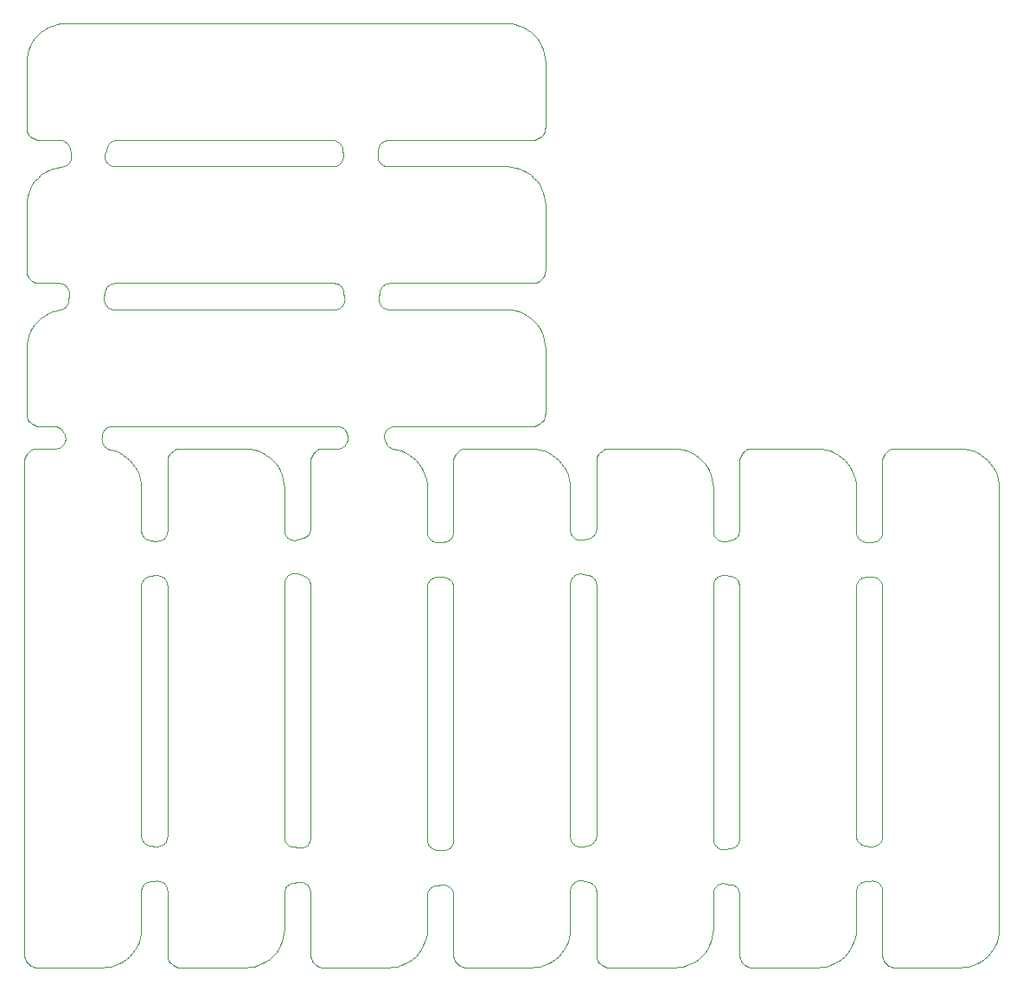
<source format=gko>
%MOIN*%
%OFA0B0*%
%FSLAX44Y44*%
%IPPOS*%
%LPD*%
%ADD10C,0*%
D10*
X00003380Y00020866D02*
X00003380Y00020866D01*
X00012047Y00020866D01*
X00012074Y00020865D01*
X00012100Y00020862D01*
X00012126Y00020858D01*
X00012152Y00020852D01*
X00012177Y00020844D01*
X00012202Y00020834D01*
X00012225Y00020823D01*
X00012249Y00020810D01*
X00012271Y00020796D01*
X00012292Y00020780D01*
X00012312Y00020763D01*
X00012331Y00020745D01*
X00012349Y00020725D01*
X00012365Y00020704D01*
X00012380Y00020682D01*
X00012393Y00020660D01*
X00012405Y00020636D01*
X00012415Y00020612D01*
X00012424Y00020586D01*
X00012431Y00020561D01*
X00012449Y00020482D01*
X00012455Y00020447D01*
X00012459Y00020412D01*
X00012459Y00020377D01*
X00012456Y00020342D01*
X00012450Y00020307D01*
X00012440Y00020273D01*
X00012428Y00020239D01*
X00012413Y00020207D01*
X00012395Y00020177D01*
X00012374Y00020148D01*
X00012351Y00020122D01*
X00012325Y00020097D01*
X00012297Y00020075D01*
X00012268Y00020055D01*
X00012237Y00020039D01*
X00012204Y00020025D01*
X00012170Y00020014D01*
X00012136Y00020006D01*
X00012101Y00020001D01*
X00012065Y00020000D01*
X00011523Y00020000D01*
X00011523Y00020000D01*
X00011445Y00019993D01*
X00011369Y00019975D01*
X00011296Y00019945D01*
X00011229Y00019904D01*
X00011170Y00019853D01*
X00011119Y00019793D01*
X00011078Y00019726D01*
X00011048Y00019654D01*
X00011029Y00019578D01*
X00011023Y00019500D01*
X00011023Y00016925D01*
X00011022Y00016900D01*
X00011020Y00016874D01*
X00011016Y00016849D01*
X00011010Y00016824D01*
X00011003Y00016800D01*
X00010994Y00016776D01*
X00010983Y00016753D01*
X00010972Y00016730D01*
X00010958Y00016708D01*
X00010944Y00016688D01*
X00010927Y00016668D01*
X00010910Y00016649D01*
X00010892Y00016631D01*
X00010872Y00016615D01*
X00010852Y00016600D01*
X00010830Y00016586D01*
X00010808Y00016574D01*
X00010785Y00016563D01*
X00010761Y00016554D01*
X00010737Y00016546D01*
X00010512Y00016483D01*
X00010477Y00016474D01*
X00010441Y00016469D01*
X00010405Y00016468D01*
X00010368Y00016469D01*
X00010332Y00016474D01*
X00010297Y00016483D01*
X00010263Y00016494D01*
X00010229Y00016509D01*
X00010198Y00016527D01*
X00010168Y00016547D01*
X00010140Y00016570D01*
X00010114Y00016596D01*
X00010091Y00016624D01*
X00010070Y00016654D01*
X00010053Y00016686D01*
X00010038Y00016719D01*
X00010026Y00016754D01*
X00010018Y00016789D01*
X00010013Y00016825D01*
X00010011Y00016861D01*
X00010011Y00018500D01*
X00010002Y00018667D01*
X00009974Y00018833D01*
X00009927Y00018995D01*
X00009863Y00019150D01*
X00009781Y00019298D01*
X00009684Y00019435D01*
X00009572Y00019560D01*
X00009447Y00019672D01*
X00009309Y00019770D01*
X00009162Y00019851D01*
X00009007Y00019915D01*
X00008845Y00019962D01*
X00008679Y00019990D01*
X00008511Y00020000D01*
X00006011Y00020000D01*
X00006011Y00020000D01*
X00005933Y00019993D01*
X00005857Y00019975D01*
X00005784Y00019945D01*
X00005717Y00019904D01*
X00005658Y00019853D01*
X00005607Y00019793D01*
X00005566Y00019726D01*
X00005536Y00019654D01*
X00005517Y00019578D01*
X00005511Y00019500D01*
X00005511Y00016832D01*
X00005510Y00016799D01*
X00005506Y00016766D01*
X00005499Y00016734D01*
X00005489Y00016702D01*
X00005477Y00016672D01*
X00005462Y00016642D01*
X00005445Y00016614D01*
X00005426Y00016587D01*
X00005404Y00016562D01*
X00005381Y00016539D01*
X00005355Y00016518D01*
X00005328Y00016499D01*
X00005300Y00016483D01*
X00005270Y00016469D01*
X00005239Y00016457D01*
X00005207Y00016448D01*
X00005174Y00016442D01*
X00005142Y00016439D01*
X00005109Y00016438D01*
X00005076Y00016440D01*
X00004851Y00016465D01*
X00004823Y00016469D01*
X00004795Y00016475D01*
X00004767Y00016483D01*
X00004740Y00016493D01*
X00004714Y00016505D01*
X00004689Y00016520D01*
X00004665Y00016535D01*
X00004642Y00016553D01*
X00004620Y00016572D01*
X00004600Y00016593D01*
X00004582Y00016615D01*
X00004565Y00016638D01*
X00004550Y00016663D01*
X00004537Y00016689D01*
X00004526Y00016715D01*
X00004516Y00016742D01*
X00004509Y00016770D01*
X00004504Y00016799D01*
X00004501Y00016827D01*
X00004500Y00016856D01*
X00004500Y00018500D01*
X00004490Y00018667D01*
X00004462Y00018833D01*
X00004415Y00018995D01*
X00004351Y00019150D01*
X00004270Y00019298D01*
X00004172Y00019435D01*
X00004060Y00019560D01*
X00003935Y00019672D01*
X00003798Y00019770D01*
X00003650Y00019851D01*
X00003495Y00019915D01*
X00003333Y00019962D01*
X00003305Y00019967D01*
X00003277Y00019973D01*
X00003249Y00019981D01*
X00003221Y00019991D01*
X00003195Y00020003D01*
X00003169Y00020017D01*
X00003145Y00020033D01*
X00003122Y00020050D01*
X00003100Y00020070D01*
X00003079Y00020091D01*
X00003061Y00020113D01*
X00003044Y00020137D01*
X00003028Y00020161D01*
X00003015Y00020187D01*
X00003003Y00020214D01*
X00002994Y00020242D01*
X00002987Y00020270D01*
X00002982Y00020299D01*
X00002978Y00020328D01*
X00002977Y00020357D01*
X00002979Y00020386D01*
X00002988Y00020503D01*
X00002991Y00020532D01*
X00002997Y00020561D01*
X00003005Y00020589D01*
X00003014Y00020617D01*
X00003026Y00020644D01*
X00003040Y00020670D01*
X00003056Y00020695D01*
X00003073Y00020718D01*
X00003092Y00020740D01*
X00003113Y00020761D01*
X00003136Y00020780D01*
X00003159Y00020798D01*
X00003184Y00020813D01*
X00003210Y00020827D01*
X00003237Y00020839D01*
X00003265Y00020848D01*
X00003293Y00020856D01*
X00003322Y00020861D01*
X00003351Y00020865D01*
X00003380Y00020866D01*
X00011871Y00031889D02*
X00011871Y00031889D01*
X00011900Y00031888D01*
X00011929Y00031885D01*
X00011957Y00031880D01*
X00011985Y00031872D01*
X00012013Y00031863D01*
X00012039Y00031852D01*
X00012065Y00031838D01*
X00012090Y00031823D01*
X00012113Y00031806D01*
X00012135Y00031787D01*
X00012156Y00031767D01*
X00012175Y00031746D01*
X00012193Y00031723D01*
X00012209Y00031698D01*
X00012223Y00031673D01*
X00012235Y00031647D01*
X00012245Y00031620D01*
X00012253Y00031592D01*
X00012259Y00031563D01*
X00012263Y00031535D01*
X00012285Y00031310D01*
X00012287Y00031278D01*
X00012286Y00031245D01*
X00012283Y00031212D01*
X00012276Y00031180D01*
X00012267Y00031148D01*
X00012256Y00031117D01*
X00012242Y00031088D01*
X00012225Y00031059D01*
X00012206Y00031032D01*
X00012185Y00031007D01*
X00012162Y00030984D01*
X00012137Y00030962D01*
X00012111Y00030943D01*
X00012083Y00030926D01*
X00012053Y00030911D01*
X00012023Y00030899D01*
X00011991Y00030890D01*
X00011959Y00030883D01*
X00011926Y00030879D01*
X00011894Y00030877D01*
X00003489Y00030877D01*
X00003452Y00030879D01*
X00003416Y00030884D01*
X00003380Y00030893D01*
X00003345Y00030905D01*
X00003311Y00030920D01*
X00003279Y00030938D01*
X00003248Y00030960D01*
X00003220Y00030983D01*
X00003194Y00031010D01*
X00003171Y00031039D01*
X00003151Y00031070D01*
X00003133Y00031102D01*
X00003119Y00031136D01*
X00003108Y00031172D01*
X00003100Y00031208D01*
X00003096Y00031244D01*
X00003095Y00031281D01*
X00003098Y00031318D01*
X00003104Y00031355D01*
X00003114Y00031391D01*
X00003185Y00031615D01*
X00003194Y00031638D01*
X00003203Y00031661D01*
X00003214Y00031683D01*
X00003227Y00031705D01*
X00003241Y00031725D01*
X00003256Y00031745D01*
X00003272Y00031764D01*
X00003290Y00031782D01*
X00003308Y00031798D01*
X00003328Y00031813D01*
X00003349Y00031827D01*
X00003370Y00031840D01*
X00003392Y00031851D01*
X00003415Y00031861D01*
X00003438Y00031870D01*
X00003462Y00031877D01*
X00003486Y00031882D01*
X00003511Y00031886D01*
X00003536Y00031888D01*
X00003560Y00031889D01*
X00011871Y00031889D01*
X00011918Y00026377D02*
X00011918Y00026377D01*
X00011946Y00026376D01*
X00011974Y00026373D01*
X00012002Y00026368D01*
X00012029Y00026362D01*
X00012055Y00026353D01*
X00012081Y00026342D01*
X00012107Y00026329D01*
X00012131Y00026315D01*
X00012154Y00026299D01*
X00012176Y00026281D01*
X00012196Y00026262D01*
X00012215Y00026242D01*
X00012233Y00026220D01*
X00012249Y00026197D01*
X00012263Y00026173D01*
X00012276Y00026147D01*
X00012287Y00026121D01*
X00012296Y00026095D01*
X00012303Y00026068D01*
X00012308Y00026040D01*
X00012340Y00025816D01*
X00012343Y00025782D01*
X00012344Y00025748D01*
X00012341Y00025715D01*
X00012336Y00025681D01*
X00012328Y00025649D01*
X00012317Y00025617D01*
X00012304Y00025586D01*
X00012287Y00025556D01*
X00012269Y00025528D01*
X00012248Y00025502D01*
X00012225Y00025477D01*
X00012200Y00025455D01*
X00012173Y00025434D01*
X00012144Y00025417D01*
X00012114Y00025401D01*
X00012083Y00025389D01*
X00012050Y00025379D01*
X00012017Y00025371D01*
X00011984Y00025367D01*
X00011950Y00025366D01*
X00003460Y00025366D01*
X00003426Y00025367D01*
X00003393Y00025371D01*
X00003360Y00025379D01*
X00003327Y00025389D01*
X00003296Y00025401D01*
X00003266Y00025417D01*
X00003237Y00025434D01*
X00003210Y00025455D01*
X00003185Y00025477D01*
X00003162Y00025502D01*
X00003141Y00025528D01*
X00003123Y00025556D01*
X00003106Y00025586D01*
X00003093Y00025617D01*
X00003082Y00025649D01*
X00003074Y00025681D01*
X00003069Y00025715D01*
X00003066Y00025748D01*
X00003067Y00025782D01*
X00003070Y00025816D01*
X00003102Y00026040D01*
X00003107Y00026068D01*
X00003114Y00026095D01*
X00003123Y00026121D01*
X00003134Y00026147D01*
X00003147Y00026173D01*
X00003161Y00026197D01*
X00003177Y00026220D01*
X00003195Y00026242D01*
X00003214Y00026262D01*
X00003234Y00026281D01*
X00003256Y00026299D01*
X00003279Y00026315D01*
X00003303Y00026329D01*
X00003329Y00026342D01*
X00003355Y00026353D01*
X00003381Y00026362D01*
X00003408Y00026368D01*
X00003436Y00026373D01*
X00003464Y00026376D01*
X00003492Y00026377D01*
X00011918Y00026377D01*
X00004500Y00002924D02*
X00004500Y00002924D01*
X00004501Y00002953D01*
X00004504Y00002982D01*
X00004509Y00003010D01*
X00004516Y00003038D01*
X00004526Y00003065D01*
X00004537Y00003092D01*
X00004550Y00003117D01*
X00004565Y00003142D01*
X00004582Y00003165D01*
X00004600Y00003187D01*
X00004620Y00003208D01*
X00004642Y00003227D01*
X00004665Y00003245D01*
X00004689Y00003261D01*
X00004714Y00003275D01*
X00004740Y00003287D01*
X00004767Y00003297D01*
X00004795Y00003305D01*
X00004823Y00003312D01*
X00004851Y00003316D01*
X00005076Y00003340D01*
X00005109Y00003342D01*
X00005142Y00003341D01*
X00005174Y00003338D01*
X00005207Y00003332D01*
X00005239Y00003323D01*
X00005270Y00003311D01*
X00005300Y00003297D01*
X00005328Y00003281D01*
X00005355Y00003262D01*
X00005381Y00003241D01*
X00005404Y00003218D01*
X00005426Y00003193D01*
X00005445Y00003166D01*
X00005462Y00003138D01*
X00005477Y00003109D01*
X00005489Y00003078D01*
X00005499Y00003046D01*
X00005506Y00003014D01*
X00005510Y00002981D01*
X00005511Y00002948D01*
X00005511Y00000500D01*
X00005517Y00000421D01*
X00005536Y00000345D01*
X00005566Y00000273D01*
X00005607Y00000206D01*
X00005658Y00000146D01*
X00005717Y00000095D01*
X00005784Y00000054D01*
X00005857Y00000024D01*
X00005933Y00000006D01*
X00006011Y00000000D01*
X00008511Y00000000D01*
X00008679Y00000009D01*
X00008845Y00000037D01*
X00009007Y00000084D01*
X00009162Y00000148D01*
X00009309Y00000229D01*
X00009447Y00000327D01*
X00009572Y00000439D01*
X00009684Y00000564D01*
X00009781Y00000701D01*
X00009863Y00000849D01*
X00009927Y00001004D01*
X00009974Y00001166D01*
X00010002Y00001332D01*
X00010011Y00001500D01*
X00010011Y00002868D01*
X00010012Y00002896D01*
X00010015Y00002924D01*
X00010020Y00002951D01*
X00010027Y00002979D01*
X00010036Y00003005D01*
X00010047Y00003031D01*
X00010059Y00003056D01*
X00010073Y00003080D01*
X00010089Y00003103D01*
X00010106Y00003125D01*
X00010125Y00003145D01*
X00010146Y00003165D01*
X00010168Y00003182D01*
X00010190Y00003198D01*
X00010214Y00003213D01*
X00010239Y00003225D01*
X00010265Y00003236D01*
X00010292Y00003245D01*
X00010319Y00003252D01*
X00010346Y00003257D01*
X00010570Y00003291D01*
X00010604Y00003295D01*
X00010638Y00003296D01*
X00010672Y00003294D01*
X00010705Y00003289D01*
X00010738Y00003281D01*
X00010770Y00003270D01*
X00010801Y00003256D01*
X00010831Y00003240D01*
X00010859Y00003222D01*
X00010886Y00003201D01*
X00010911Y00003178D01*
X00010933Y00003152D01*
X00010954Y00003125D01*
X00010972Y00003097D01*
X00010987Y00003066D01*
X00011000Y00003035D01*
X00011010Y00003003D01*
X00011017Y00002970D01*
X00011022Y00002936D01*
X00011023Y00002902D01*
X00011023Y00000500D01*
X00011029Y00000421D01*
X00011048Y00000345D01*
X00011078Y00000273D01*
X00011119Y00000206D01*
X00011170Y00000146D01*
X00011229Y00000095D01*
X00011296Y00000054D01*
X00011369Y00000024D01*
X00011445Y00000006D01*
X00011523Y00000000D01*
X00014023Y00000000D01*
X00014191Y00000009D01*
X00014357Y00000037D01*
X00014519Y00000084D01*
X00014674Y00000148D01*
X00014821Y00000229D01*
X00014958Y00000327D01*
X00015084Y00000439D01*
X00015196Y00000564D01*
X00015293Y00000701D01*
X00015375Y00000849D01*
X00015439Y00001004D01*
X00015486Y00001166D01*
X00015514Y00001332D01*
X00015523Y00001500D01*
X00015523Y00002771D01*
X00015524Y00002800D01*
X00015527Y00002829D01*
X00015533Y00002858D01*
X00015540Y00002886D01*
X00015550Y00002913D01*
X00015561Y00002940D01*
X00015575Y00002966D01*
X00015590Y00002991D01*
X00015607Y00003014D01*
X00015626Y00003036D01*
X00015646Y00003057D01*
X00015668Y00003076D01*
X00015691Y00003094D01*
X00015715Y00003110D01*
X00015741Y00003124D01*
X00015767Y00003136D01*
X00015795Y00003146D01*
X00015823Y00003154D01*
X00015851Y00003160D01*
X00015880Y00003163D01*
X00016104Y00003184D01*
X00016137Y00003186D01*
X00016170Y00003185D01*
X00016202Y00003181D01*
X00016235Y00003175D01*
X00016266Y00003166D01*
X00016297Y00003154D01*
X00016326Y00003140D01*
X00016354Y00003123D01*
X00016381Y00003105D01*
X00016406Y00003084D01*
X00016430Y00003061D01*
X00016451Y00003036D01*
X00016470Y00003009D01*
X00016487Y00002981D01*
X00016501Y00002952D01*
X00016513Y00002921D01*
X00016523Y00002890D01*
X00016529Y00002858D01*
X00016534Y00002825D01*
X00016535Y00002792D01*
X00016535Y00000500D01*
X00016541Y00000421D01*
X00016559Y00000345D01*
X00016589Y00000273D01*
X00016630Y00000206D01*
X00016681Y00000146D01*
X00016741Y00000095D01*
X00016808Y00000054D01*
X00016880Y00000024D01*
X00016957Y00000006D01*
X00017035Y00000000D01*
X00019535Y00000000D01*
X00019703Y00000009D01*
X00019869Y00000037D01*
X00020030Y00000084D01*
X00020186Y00000148D01*
X00020333Y00000229D01*
X00020470Y00000327D01*
X00020596Y00000439D01*
X00020708Y00000564D01*
X00020805Y00000701D01*
X00020886Y00000849D01*
X00020951Y00001004D01*
X00020997Y00001166D01*
X00021025Y00001332D01*
X00021035Y00001500D01*
X00021035Y00002959D01*
X00021036Y00002994D01*
X00021041Y00003028D01*
X00021049Y00003062D01*
X00021059Y00003095D01*
X00021073Y00003127D01*
X00021089Y00003158D01*
X00021108Y00003187D01*
X00021129Y00003214D01*
X00021152Y00003240D01*
X00021178Y00003263D01*
X00021206Y00003284D01*
X00021235Y00003302D01*
X00021266Y00003318D01*
X00021299Y00003331D01*
X00021332Y00003341D01*
X00021366Y00003348D01*
X00021400Y00003352D01*
X00021435Y00003353D01*
X00021470Y00003351D01*
X00021504Y00003345D01*
X00021728Y00003302D01*
X00021755Y00003296D01*
X00021781Y00003288D01*
X00021806Y00003278D01*
X00021831Y00003267D01*
X00021854Y00003254D01*
X00021877Y00003239D01*
X00021899Y00003223D01*
X00021920Y00003205D01*
X00021939Y00003186D01*
X00021957Y00003166D01*
X00021973Y00003144D01*
X00021988Y00003122D01*
X00022002Y00003098D01*
X00022014Y00003073D01*
X00022024Y00003048D01*
X00022032Y00003022D01*
X00022038Y00002996D01*
X00022043Y00002969D01*
X00022046Y00002942D01*
X00022047Y00002915D01*
X00022047Y00000500D01*
X00022053Y00000421D01*
X00022071Y00000345D01*
X00022101Y00000273D01*
X00022142Y00000206D01*
X00022193Y00000146D01*
X00022253Y00000095D01*
X00022320Y00000054D01*
X00022392Y00000024D01*
X00022469Y00000006D01*
X00022547Y00000000D01*
X00025047Y00000000D01*
X00025215Y00000009D01*
X00025381Y00000037D01*
X00025542Y00000084D01*
X00025698Y00000148D01*
X00025845Y00000229D01*
X00025982Y00000327D01*
X00026107Y00000439D01*
X00026219Y00000564D01*
X00026317Y00000701D01*
X00026398Y00000849D01*
X00026463Y00001004D01*
X00026509Y00001166D01*
X00026537Y00001332D01*
X00026547Y00001500D01*
X00026547Y00002851D01*
X00026548Y00002884D01*
X00026553Y00002918D01*
X00026560Y00002951D01*
X00026570Y00002983D01*
X00026583Y00003015D01*
X00026598Y00003045D01*
X00026616Y00003074D01*
X00026636Y00003101D01*
X00026659Y00003126D01*
X00026684Y00003149D01*
X00026710Y00003170D01*
X00026738Y00003189D01*
X00026768Y00003205D01*
X00026799Y00003218D01*
X00026831Y00003229D01*
X00026864Y00003237D01*
X00026898Y00003242D01*
X00026931Y00003244D01*
X00026965Y00003244D01*
X00026999Y00003240D01*
X00027223Y00003206D01*
X00027251Y00003201D01*
X00027278Y00003194D01*
X00027304Y00003185D01*
X00027330Y00003174D01*
X00027355Y00003162D01*
X00027379Y00003147D01*
X00027402Y00003131D01*
X00027424Y00003113D01*
X00027444Y00003094D01*
X00027463Y00003074D01*
X00027481Y00003052D01*
X00027497Y00003029D01*
X00027511Y00003005D01*
X00027523Y00002980D01*
X00027534Y00002954D01*
X00027543Y00002927D01*
X00027550Y00002900D01*
X00027555Y00002873D01*
X00027558Y00002845D01*
X00027559Y00002817D01*
X00027559Y00000500D01*
X00027565Y00000421D01*
X00027583Y00000345D01*
X00027613Y00000273D01*
X00027654Y00000206D01*
X00027705Y00000146D01*
X00027765Y00000095D01*
X00027832Y00000054D01*
X00027904Y00000024D01*
X00027980Y00000006D01*
X00028059Y00000000D01*
X00030559Y00000000D01*
X00030727Y00000009D01*
X00030892Y00000037D01*
X00031054Y00000084D01*
X00031209Y00000148D01*
X00031357Y00000229D01*
X00031494Y00000327D01*
X00031619Y00000439D01*
X00031731Y00000564D01*
X00031829Y00000701D01*
X00031910Y00000849D01*
X00031974Y00001004D01*
X00032021Y00001166D01*
X00032049Y00001332D01*
X00032059Y00001500D01*
X00032059Y00002924D01*
X00032060Y00002953D01*
X00032063Y00002981D01*
X00032068Y00003009D01*
X00032075Y00003037D01*
X00032084Y00003064D01*
X00032096Y00003091D01*
X00032109Y00003116D01*
X00032124Y00003141D01*
X00032141Y00003164D01*
X00032159Y00003186D01*
X00032179Y00003207D01*
X00032200Y00003226D01*
X00032223Y00003244D01*
X00032247Y00003260D01*
X00032272Y00003274D01*
X00032298Y00003286D01*
X00032325Y00003296D01*
X00032352Y00003305D01*
X00032380Y00003311D01*
X00032409Y00003315D01*
X00032633Y00003340D01*
X00032666Y00003342D01*
X00032699Y00003342D01*
X00032732Y00003339D01*
X00032765Y00003333D01*
X00032797Y00003324D01*
X00032828Y00003312D01*
X00032858Y00003298D01*
X00032886Y00003282D01*
X00032914Y00003263D01*
X00032939Y00003242D01*
X00032963Y00003219D01*
X00032985Y00003194D01*
X00033004Y00003167D01*
X00033021Y00003139D01*
X00033036Y00003109D01*
X00033048Y00003079D01*
X00033058Y00003047D01*
X00033065Y00003015D01*
X00033069Y00002982D01*
X00033070Y00002949D01*
X00033070Y00000500D01*
X00033077Y00000421D01*
X00033095Y00000345D01*
X00033125Y00000273D01*
X00033166Y00000206D01*
X00033217Y00000146D01*
X00033276Y00000095D01*
X00033343Y00000054D01*
X00033416Y00000024D01*
X00033492Y00000006D01*
X00033570Y00000000D01*
X00036070Y00000000D01*
X00036238Y00000009D01*
X00036404Y00000037D01*
X00036566Y00000084D01*
X00036721Y00000148D01*
X00036868Y00000229D01*
X00037006Y00000327D01*
X00037131Y00000439D01*
X00037243Y00000564D01*
X00037340Y00000701D01*
X00037422Y00000849D01*
X00037486Y00001004D01*
X00037533Y00001166D01*
X00037561Y00001332D01*
X00037570Y00001500D01*
X00037570Y00018500D01*
X00037561Y00018667D01*
X00037533Y00018833D01*
X00037486Y00018995D01*
X00037422Y00019150D01*
X00037340Y00019298D01*
X00037243Y00019435D01*
X00037131Y00019560D01*
X00037006Y00019672D01*
X00036868Y00019770D01*
X00036721Y00019851D01*
X00036566Y00019915D01*
X00036404Y00019962D01*
X00036238Y00019990D01*
X00036070Y00020000D01*
X00033570Y00020000D01*
X00033570Y00020000D01*
X00033492Y00019993D01*
X00033416Y00019975D01*
X00033343Y00019945D01*
X00033276Y00019904D01*
X00033217Y00019853D01*
X00033166Y00019793D01*
X00033125Y00019726D01*
X00033095Y00019654D01*
X00033077Y00019578D01*
X00033070Y00019500D01*
X00033070Y00016792D01*
X00033069Y00016761D01*
X00033065Y00016730D01*
X00033059Y00016699D01*
X00033051Y00016669D01*
X00033040Y00016640D01*
X00033027Y00016612D01*
X00033012Y00016585D01*
X00032994Y00016559D01*
X00032975Y00016535D01*
X00032954Y00016512D01*
X00032931Y00016491D01*
X00032906Y00016472D01*
X00032880Y00016455D01*
X00032853Y00016440D01*
X00032825Y00016427D01*
X00032795Y00016416D01*
X00032765Y00016408D01*
X00032735Y00016402D01*
X00032704Y00016399D01*
X00032673Y00016398D01*
X00032449Y00016400D01*
X00032418Y00016402D01*
X00032387Y00016406D01*
X00032357Y00016412D01*
X00032328Y00016420D01*
X00032299Y00016431D01*
X00032271Y00016444D01*
X00032244Y00016460D01*
X00032219Y00016477D01*
X00032195Y00016496D01*
X00032173Y00016517D01*
X00032152Y00016540D01*
X00032133Y00016564D01*
X00032116Y00016589D01*
X00032101Y00016616D01*
X00032088Y00016644D01*
X00032078Y00016673D01*
X00032069Y00016703D01*
X00032063Y00016733D01*
X00032060Y00016763D01*
X00032059Y00016794D01*
X00032059Y00018500D01*
X00032049Y00018667D01*
X00032021Y00018833D01*
X00031974Y00018995D01*
X00031910Y00019150D01*
X00031829Y00019298D01*
X00031731Y00019435D01*
X00031619Y00019560D01*
X00031494Y00019672D01*
X00031357Y00019770D01*
X00031209Y00019851D01*
X00031054Y00019915D01*
X00030892Y00019962D01*
X00030727Y00019990D01*
X00030559Y00020000D01*
X00028059Y00020000D01*
X00028059Y00020000D01*
X00027980Y00019993D01*
X00027904Y00019975D01*
X00027832Y00019945D01*
X00027765Y00019904D01*
X00027705Y00019853D01*
X00027654Y00019793D01*
X00027613Y00019726D01*
X00027583Y00019654D01*
X00027565Y00019578D01*
X00027559Y00019500D01*
X00027559Y00016860D01*
X00027558Y00016832D01*
X00027555Y00016805D01*
X00027550Y00016777D01*
X00027543Y00016750D01*
X00027534Y00016723D01*
X00027523Y00016698D01*
X00027511Y00016673D01*
X00027497Y00016648D01*
X00027481Y00016625D01*
X00027463Y00016604D01*
X00027444Y00016583D01*
X00027424Y00016564D01*
X00027402Y00016546D01*
X00027379Y00016530D01*
X00027355Y00016516D01*
X00027330Y00016503D01*
X00027304Y00016492D01*
X00027278Y00016483D01*
X00027251Y00016476D01*
X00027223Y00016471D01*
X00026999Y00016437D01*
X00026965Y00016434D01*
X00026931Y00016433D01*
X00026898Y00016435D01*
X00026864Y00016440D01*
X00026831Y00016448D01*
X00026799Y00016459D01*
X00026768Y00016473D01*
X00026738Y00016489D01*
X00026710Y00016507D01*
X00026684Y00016528D01*
X00026659Y00016552D01*
X00026636Y00016577D01*
X00026616Y00016604D01*
X00026598Y00016632D01*
X00026583Y00016663D01*
X00026570Y00016694D01*
X00026560Y00016726D01*
X00026553Y00016759D01*
X00026548Y00016793D01*
X00026547Y00016827D01*
X00026547Y00018500D01*
X00026537Y00018667D01*
X00026509Y00018833D01*
X00026463Y00018995D01*
X00026398Y00019150D01*
X00026317Y00019298D01*
X00026219Y00019435D01*
X00026107Y00019560D01*
X00025982Y00019672D01*
X00025845Y00019770D01*
X00025698Y00019851D01*
X00025542Y00019915D01*
X00025381Y00019962D01*
X00025215Y00019990D01*
X00025047Y00020000D01*
X00022547Y00020000D01*
X00022547Y00020000D01*
X00022469Y00019993D01*
X00022392Y00019975D01*
X00022320Y00019945D01*
X00022253Y00019904D01*
X00022193Y00019853D01*
X00022142Y00019793D01*
X00022101Y00019726D01*
X00022071Y00019654D01*
X00022053Y00019578D01*
X00022047Y00019500D01*
X00022047Y00016916D01*
X00022046Y00016889D01*
X00022043Y00016862D01*
X00022038Y00016836D01*
X00022032Y00016809D01*
X00022024Y00016783D01*
X00022014Y00016758D01*
X00022002Y00016734D01*
X00021988Y00016710D01*
X00021973Y00016687D01*
X00021957Y00016666D01*
X00021939Y00016646D01*
X00021920Y00016627D01*
X00021899Y00016609D01*
X00021877Y00016593D01*
X00021854Y00016578D01*
X00021831Y00016565D01*
X00021806Y00016554D01*
X00021781Y00016544D01*
X00021755Y00016536D01*
X00021728Y00016530D01*
X00021504Y00016486D01*
X00021470Y00016481D01*
X00021435Y00016479D01*
X00021400Y00016480D01*
X00021366Y00016484D01*
X00021332Y00016491D01*
X00021299Y00016501D01*
X00021266Y00016514D01*
X00021235Y00016530D01*
X00021206Y00016548D01*
X00021178Y00016569D01*
X00021152Y00016592D01*
X00021129Y00016617D01*
X00021108Y00016645D01*
X00021089Y00016674D01*
X00021073Y00016705D01*
X00021059Y00016737D01*
X00021049Y00016770D01*
X00021041Y00016804D01*
X00021036Y00016838D01*
X00021035Y00016873D01*
X00021035Y00018500D01*
X00021025Y00018667D01*
X00020997Y00018833D01*
X00020951Y00018995D01*
X00020886Y00019150D01*
X00020805Y00019298D01*
X00020708Y00019435D01*
X00020596Y00019560D01*
X00020470Y00019672D01*
X00020333Y00019770D01*
X00020186Y00019851D01*
X00020030Y00019915D01*
X00019869Y00019962D01*
X00019703Y00019990D01*
X00019535Y00020000D01*
X00017035Y00020000D01*
X00017035Y00020000D01*
X00016957Y00019993D01*
X00016880Y00019975D01*
X00016808Y00019945D01*
X00016741Y00019904D01*
X00016681Y00019853D01*
X00016630Y00019793D01*
X00016589Y00019726D01*
X00016559Y00019654D01*
X00016541Y00019578D01*
X00016535Y00019500D01*
X00016535Y00016795D01*
X00016534Y00016765D01*
X00016530Y00016735D01*
X00016524Y00016705D01*
X00016516Y00016675D01*
X00016506Y00016647D01*
X00016493Y00016619D01*
X00016478Y00016592D01*
X00016462Y00016567D01*
X00016443Y00016543D01*
X00016423Y00016520D01*
X00016400Y00016499D01*
X00016377Y00016480D01*
X00016352Y00016463D01*
X00016325Y00016447D01*
X00016298Y00016434D01*
X00016269Y00016423D01*
X00016240Y00016414D01*
X00016210Y00016408D01*
X00016180Y00016404D01*
X00016150Y00016402D01*
X00015925Y00016397D01*
X00015894Y00016397D01*
X00015863Y00016401D01*
X00015832Y00016406D01*
X00015802Y00016414D01*
X00015772Y00016424D01*
X00015743Y00016437D01*
X00015716Y00016452D01*
X00015690Y00016469D01*
X00015665Y00016488D01*
X00015641Y00016509D01*
X00015620Y00016532D01*
X00015600Y00016556D01*
X00015583Y00016582D01*
X00015567Y00016609D01*
X00015554Y00016638D01*
X00015543Y00016667D01*
X00015534Y00016697D01*
X00015528Y00016728D01*
X00015524Y00016759D01*
X00015523Y00016790D01*
X00015523Y00018500D01*
X00015514Y00018667D01*
X00015486Y00018833D01*
X00015439Y00018995D01*
X00015375Y00019150D01*
X00015293Y00019298D01*
X00015196Y00019435D01*
X00015084Y00019560D01*
X00014958Y00019672D01*
X00014821Y00019770D01*
X00014674Y00019851D01*
X00014519Y00019915D01*
X00014357Y00019962D01*
X00014237Y00019982D01*
X00014217Y00019986D01*
X00014198Y00019991D01*
X00014178Y00019997D01*
X00014159Y00020004D01*
X00014141Y00020012D01*
X00014123Y00020020D01*
X00014105Y00020030D01*
X00014088Y00020041D01*
X00014071Y00020052D01*
X00014055Y00020064D01*
X00014040Y00020078D01*
X00014025Y00020091D01*
X00014011Y00020106D01*
X00013998Y00020121D01*
X00013986Y00020137D01*
X00013974Y00020154D01*
X00013964Y00020171D01*
X00013954Y00020189D01*
X00013945Y00020207D01*
X00013937Y00020225D01*
X00013897Y00020327D01*
X00013884Y00020363D01*
X00013875Y00020400D01*
X00013870Y00020438D01*
X00013869Y00020477D01*
X00013871Y00020515D01*
X00013877Y00020553D01*
X00013887Y00020590D01*
X00013900Y00020626D01*
X00013917Y00020660D01*
X00013937Y00020693D01*
X00013960Y00020724D01*
X00013986Y00020752D01*
X00014014Y00020778D01*
X00014045Y00020800D01*
X00014078Y00020820D01*
X00014113Y00020836D01*
X00014149Y00020849D01*
X00014186Y00020858D01*
X00014224Y00020864D01*
X00014263Y00020866D01*
X00019578Y00020866D01*
X00019656Y00020872D01*
X00019733Y00020890D01*
X00019805Y00020920D01*
X00019872Y00020961D01*
X00019932Y00021012D01*
X00019983Y00021072D01*
X00020024Y00021139D01*
X00020054Y00021211D01*
X00020072Y00021287D01*
X00020078Y00021366D01*
X00020078Y00023866D01*
X00020069Y00024034D01*
X00020041Y00024199D01*
X00019994Y00024361D01*
X00019930Y00024516D01*
X00019848Y00024664D01*
X00019751Y00024801D01*
X00019639Y00024926D01*
X00019513Y00025038D01*
X00019376Y00025136D01*
X00019229Y00025217D01*
X00019074Y00025281D01*
X00018912Y00025328D01*
X00018746Y00025356D01*
X00018578Y00025366D01*
X00014051Y00025366D01*
X00014017Y00025367D01*
X00013984Y00025371D01*
X00013951Y00025379D01*
X00013919Y00025389D01*
X00013887Y00025401D01*
X00013857Y00025417D01*
X00013829Y00025434D01*
X00013802Y00025455D01*
X00013777Y00025477D01*
X00013753Y00025502D01*
X00013733Y00025528D01*
X00013714Y00025556D01*
X00013698Y00025586D01*
X00013684Y00025617D01*
X00013673Y00025649D01*
X00013665Y00025681D01*
X00013660Y00025715D01*
X00013658Y00025748D01*
X00013658Y00025782D01*
X00013661Y00025816D01*
X00013694Y00026040D01*
X00013699Y00026068D01*
X00013706Y00026095D01*
X00013715Y00026121D01*
X00013725Y00026147D01*
X00013738Y00026173D01*
X00013752Y00026197D01*
X00013768Y00026220D01*
X00013786Y00026242D01*
X00013805Y00026262D01*
X00013826Y00026281D01*
X00013848Y00026299D01*
X00013871Y00026315D01*
X00013895Y00026329D01*
X00013920Y00026342D01*
X00013946Y00026353D01*
X00013973Y00026362D01*
X00014000Y00026368D01*
X00014027Y00026373D01*
X00014055Y00026376D01*
X00014083Y00026377D01*
X00019578Y00026377D01*
X00019656Y00026384D01*
X00019733Y00026402D01*
X00019805Y00026432D01*
X00019872Y00026473D01*
X00019932Y00026524D01*
X00019983Y00026584D01*
X00020024Y00026650D01*
X00020054Y00026723D01*
X00020072Y00026799D01*
X00020078Y00026877D01*
X00020078Y00029377D01*
X00020069Y00029545D01*
X00020041Y00029711D01*
X00019994Y00029873D01*
X00019930Y00030028D01*
X00019848Y00030176D01*
X00019751Y00030313D01*
X00019639Y00030438D01*
X00019513Y00030550D01*
X00019376Y00030648D01*
X00019229Y00030729D01*
X00019074Y00030793D01*
X00018912Y00030840D01*
X00018746Y00030868D01*
X00018578Y00030877D01*
X00014005Y00030877D01*
X00013972Y00030879D01*
X00013940Y00030883D01*
X00013907Y00030890D01*
X00013876Y00030899D01*
X00013845Y00030911D01*
X00013816Y00030926D01*
X00013788Y00030943D01*
X00013761Y00030962D01*
X00013736Y00030984D01*
X00013713Y00031007D01*
X00013692Y00031032D01*
X00013673Y00031059D01*
X00013657Y00031088D01*
X00013643Y00031117D01*
X00013631Y00031148D01*
X00013622Y00031180D01*
X00013616Y00031212D01*
X00013612Y00031245D01*
X00013611Y00031278D01*
X00013613Y00031310D01*
X00013636Y00031535D01*
X00013640Y00031563D01*
X00013646Y00031592D01*
X00013654Y00031620D01*
X00013664Y00031647D01*
X00013676Y00031673D01*
X00013690Y00031698D01*
X00013706Y00031723D01*
X00013723Y00031746D01*
X00013743Y00031767D01*
X00013763Y00031787D01*
X00013785Y00031806D01*
X00013809Y00031823D01*
X00013834Y00031838D01*
X00013859Y00031852D01*
X00013886Y00031863D01*
X00013913Y00031872D01*
X00013941Y00031880D01*
X00013970Y00031885D01*
X00013998Y00031888D01*
X00014027Y00031889D01*
X00019578Y00031889D01*
X00019656Y00031895D01*
X00019733Y00031914D01*
X00019805Y00031944D01*
X00019872Y00031985D01*
X00019932Y00032036D01*
X00019983Y00032095D01*
X00020024Y00032162D01*
X00020054Y00032235D01*
X00020072Y00032311D01*
X00020078Y00032389D01*
X00020078Y00034889D01*
X00020069Y00035057D01*
X00020041Y00035223D01*
X00019994Y00035385D01*
X00019930Y00035540D01*
X00019848Y00035687D01*
X00019751Y00035824D01*
X00019639Y00035950D01*
X00019513Y00036062D01*
X00019376Y00036159D01*
X00019229Y00036241D01*
X00019074Y00036305D01*
X00018912Y00036352D01*
X00018746Y00036380D01*
X00018578Y00036389D01*
X00001578Y00036389D01*
X00001410Y00036380D01*
X00001244Y00036352D01*
X00001083Y00036305D01*
X00000927Y00036241D01*
X00000780Y00036159D01*
X00000643Y00036062D01*
X00000518Y00035950D01*
X00000405Y00035824D01*
X00000308Y00035687D01*
X00000227Y00035540D01*
X00000162Y00035385D01*
X00000116Y00035223D01*
X00000088Y00035057D01*
X00000078Y00034889D01*
X00000078Y00032389D01*
X00000078Y00032389D01*
X00000084Y00032311D01*
X00000103Y00032235D01*
X00000133Y00032162D01*
X00000174Y00032095D01*
X00000225Y00032036D01*
X00000284Y00031985D01*
X00000351Y00031944D01*
X00000424Y00031914D01*
X00000500Y00031895D01*
X00000578Y00031889D01*
X00001361Y00031889D01*
X00001387Y00031888D01*
X00001414Y00031886D01*
X00001440Y00031881D01*
X00001466Y00031875D01*
X00001491Y00031867D01*
X00001515Y00031858D01*
X00001539Y00031847D01*
X00001563Y00031834D01*
X00001585Y00031819D01*
X00001606Y00031804D01*
X00001626Y00031787D01*
X00001645Y00031768D01*
X00001663Y00031748D01*
X00001679Y00031728D01*
X00001694Y00031706D01*
X00001707Y00031683D01*
X00001719Y00031659D01*
X00001729Y00031635D01*
X00001738Y00031610D01*
X00001745Y00031584D01*
X00001798Y00031351D01*
X00001805Y00031318D01*
X00001808Y00031283D01*
X00001808Y00031249D01*
X00001806Y00031215D01*
X00001800Y00031181D01*
X00001791Y00031148D01*
X00001780Y00031116D01*
X00001766Y00031084D01*
X00001749Y00031055D01*
X00001730Y00031026D01*
X00001708Y00031000D01*
X00001684Y00030975D01*
X00001658Y00030953D01*
X00001630Y00030933D01*
X00001601Y00030916D01*
X00001570Y00030901D01*
X00001538Y00030889D01*
X00001505Y00030879D01*
X00001471Y00030873D01*
X00001437Y00030870D01*
X00001410Y00030868D01*
X00001244Y00030840D01*
X00001083Y00030793D01*
X00000927Y00030729D01*
X00000780Y00030648D01*
X00000643Y00030550D01*
X00000518Y00030438D01*
X00000405Y00030313D01*
X00000308Y00030176D01*
X00000227Y00030028D01*
X00000162Y00029873D01*
X00000116Y00029711D01*
X00000088Y00029545D01*
X00000078Y00029377D01*
X00000078Y00026877D01*
X00000078Y00026877D01*
X00000084Y00026799D01*
X00000103Y00026723D01*
X00000133Y00026650D01*
X00000174Y00026584D01*
X00000225Y00026524D01*
X00000284Y00026473D01*
X00000351Y00026432D01*
X00000424Y00026402D01*
X00000500Y00026384D01*
X00000578Y00026377D01*
X00001327Y00026377D01*
X00001359Y00026376D01*
X00001392Y00026372D01*
X00001424Y00026365D01*
X00001456Y00026356D01*
X00001486Y00026344D01*
X00001516Y00026329D01*
X00001544Y00026312D01*
X00001571Y00026293D01*
X00001595Y00026271D01*
X00001619Y00026248D01*
X00001640Y00026223D01*
X00001658Y00026196D01*
X00001675Y00026167D01*
X00001689Y00026137D01*
X00001701Y00026107D01*
X00001709Y00026075D01*
X00001716Y00026043D01*
X00001719Y00026010D01*
X00001720Y00025977D01*
X00001718Y00025944D01*
X00001693Y00025698D01*
X00001690Y00025672D01*
X00001685Y00025647D01*
X00001678Y00025622D01*
X00001670Y00025598D01*
X00001660Y00025574D01*
X00001649Y00025551D01*
X00001636Y00025529D01*
X00001622Y00025508D01*
X00001606Y00025488D01*
X00001589Y00025468D01*
X00001571Y00025450D01*
X00001552Y00025433D01*
X00001532Y00025418D01*
X00001510Y00025403D01*
X00001488Y00025390D01*
X00001465Y00025379D01*
X00001442Y00025369D01*
X00001417Y00025361D01*
X00001393Y00025354D01*
X00001368Y00025349D01*
X00001368Y00025349D01*
X00001244Y00025328D01*
X00001083Y00025281D01*
X00000927Y00025217D01*
X00000780Y00025136D01*
X00000643Y00025038D01*
X00000518Y00024926D01*
X00000405Y00024801D01*
X00000308Y00024664D01*
X00000227Y00024516D01*
X00000162Y00024361D01*
X00000116Y00024199D01*
X00000088Y00024034D01*
X00000078Y00023866D01*
X00000078Y00021366D01*
X00000078Y00021366D01*
X00000084Y00021287D01*
X00000103Y00021211D01*
X00000133Y00021139D01*
X00000174Y00021072D01*
X00000225Y00021012D01*
X00000284Y00020961D01*
X00000351Y00020920D01*
X00000424Y00020890D01*
X00000500Y00020872D01*
X00000578Y00020866D01*
X00001130Y00020866D01*
X00001148Y00020865D01*
X00001166Y00020864D01*
X00001184Y00020862D01*
X00001202Y00020859D01*
X00001220Y00020855D01*
X00001238Y00020850D01*
X00001255Y00020845D01*
X00001272Y00020839D01*
X00001289Y00020832D01*
X00001306Y00020824D01*
X00001322Y00020815D01*
X00001338Y00020806D01*
X00001353Y00020796D01*
X00001368Y00020785D01*
X00001382Y00020774D01*
X00001396Y00020762D01*
X00001409Y00020749D01*
X00001422Y00020736D01*
X00001434Y00020722D01*
X00001445Y00020708D01*
X00001504Y00020629D01*
X00001528Y00020593D01*
X00001548Y00020554D01*
X00001563Y00020514D01*
X00001574Y00020471D01*
X00001581Y00020428D01*
X00001582Y00020385D01*
X00001579Y00020341D01*
X00001571Y00020299D01*
X00001558Y00020257D01*
X00001541Y00020217D01*
X00001519Y00020179D01*
X00001493Y00020144D01*
X00001464Y00020112D01*
X00001431Y00020083D01*
X00001396Y00020058D01*
X00001357Y00020037D01*
X00001317Y00020021D01*
X00001275Y00020009D01*
X00001232Y00020002D01*
X00001189Y00020000D01*
X00000500Y00020000D01*
X00000500Y00020000D01*
X00000421Y00019993D01*
X00000345Y00019975D01*
X00000273Y00019945D01*
X00000206Y00019904D01*
X00000146Y00019853D01*
X00000095Y00019793D01*
X00000054Y00019726D01*
X00000024Y00019654D01*
X00000006Y00019578D01*
X00000000Y00019500D01*
X00000000Y00000500D01*
X00000006Y00000421D01*
X00000024Y00000345D01*
X00000054Y00000273D01*
X00000095Y00000206D01*
X00000146Y00000146D01*
X00000206Y00000095D01*
X00000273Y00000054D01*
X00000345Y00000024D01*
X00000421Y00000006D01*
X00000500Y00000000D01*
X00003000Y00000000D01*
X00003167Y00000009D01*
X00003333Y00000037D01*
X00003495Y00000084D01*
X00003650Y00000148D01*
X00003798Y00000229D01*
X00003935Y00000327D01*
X00004060Y00000439D01*
X00004172Y00000564D01*
X00004270Y00000701D01*
X00004351Y00000849D01*
X00004415Y00001004D01*
X00004462Y00001166D01*
X00004490Y00001332D01*
X00004500Y00001500D01*
X00004500Y00002924D01*
X00032059Y00014657D02*
X00032059Y00014657D01*
X00032060Y00014688D01*
X00032063Y00014719D01*
X00032069Y00014749D01*
X00032078Y00014778D01*
X00032088Y00014807D01*
X00032101Y00014835D01*
X00032116Y00014862D01*
X00032133Y00014888D01*
X00032152Y00014912D01*
X00032173Y00014934D01*
X00032195Y00014955D01*
X00032219Y00014974D01*
X00032244Y00014992D01*
X00032271Y00015007D01*
X00032299Y00015020D01*
X00032328Y00015031D01*
X00032357Y00015039D01*
X00032387Y00015046D01*
X00032418Y00015049D01*
X00032449Y00015051D01*
X00032673Y00015053D01*
X00032704Y00015052D01*
X00032735Y00015049D01*
X00032765Y00015043D01*
X00032795Y00015035D01*
X00032825Y00015024D01*
X00032853Y00015011D01*
X00032880Y00014996D01*
X00032906Y00014979D01*
X00032931Y00014960D01*
X00032954Y00014939D01*
X00032975Y00014916D01*
X00032994Y00014892D01*
X00033012Y00014866D01*
X00033027Y00014839D01*
X00033040Y00014811D01*
X00033051Y00014782D01*
X00033059Y00014752D01*
X00033065Y00014721D01*
X00033069Y00014691D01*
X00033070Y00014659D01*
X00033070Y00005058D01*
X00033069Y00005024D01*
X00033065Y00004992D01*
X00033058Y00004959D01*
X00033048Y00004928D01*
X00033036Y00004897D01*
X00033021Y00004867D01*
X00033004Y00004839D01*
X00032985Y00004812D01*
X00032963Y00004787D01*
X00032939Y00004764D01*
X00032914Y00004743D01*
X00032886Y00004724D01*
X00032858Y00004708D01*
X00032828Y00004694D01*
X00032797Y00004683D01*
X00032765Y00004674D01*
X00032732Y00004668D01*
X00032699Y00004664D01*
X00032666Y00004664D01*
X00032633Y00004666D01*
X00032409Y00004691D01*
X00032380Y00004695D01*
X00032352Y00004702D01*
X00032325Y00004710D01*
X00032298Y00004720D01*
X00032272Y00004733D01*
X00032247Y00004747D01*
X00032223Y00004763D01*
X00032200Y00004780D01*
X00032179Y00004799D01*
X00032159Y00004820D01*
X00032141Y00004842D01*
X00032124Y00004865D01*
X00032109Y00004890D01*
X00032096Y00004916D01*
X00032084Y00004942D01*
X00032075Y00004969D01*
X00032068Y00004997D01*
X00032063Y00005025D01*
X00032060Y00005054D01*
X00032059Y00005083D01*
X00032059Y00014657D01*
X00026547Y00014727D02*
X00026547Y00014727D01*
X00026548Y00014761D01*
X00026553Y00014795D01*
X00026560Y00014828D01*
X00026570Y00014860D01*
X00026583Y00014891D01*
X00026598Y00014922D01*
X00026616Y00014950D01*
X00026636Y00014977D01*
X00026659Y00015003D01*
X00026684Y00015026D01*
X00026710Y00015047D01*
X00026738Y00015065D01*
X00026768Y00015081D01*
X00026799Y00015095D01*
X00026831Y00015106D01*
X00026864Y00015114D01*
X00026898Y00015119D01*
X00026931Y00015121D01*
X00026965Y00015120D01*
X00026999Y00015117D01*
X00027223Y00015083D01*
X00027251Y00015078D01*
X00027278Y00015071D01*
X00027304Y00015062D01*
X00027330Y00015051D01*
X00027355Y00015038D01*
X00027379Y00015024D01*
X00027402Y00015008D01*
X00027424Y00014990D01*
X00027444Y00014971D01*
X00027463Y00014951D01*
X00027481Y00014929D01*
X00027497Y00014906D01*
X00027511Y00014882D01*
X00027523Y00014856D01*
X00027534Y00014831D01*
X00027543Y00014804D01*
X00027550Y00014777D01*
X00027555Y00014749D01*
X00027558Y00014722D01*
X00027559Y00014694D01*
X00027559Y00004984D01*
X00027558Y00004956D01*
X00027555Y00004928D01*
X00027550Y00004900D01*
X00027543Y00004873D01*
X00027534Y00004847D01*
X00027523Y00004821D01*
X00027511Y00004796D01*
X00027497Y00004772D01*
X00027481Y00004749D01*
X00027463Y00004727D01*
X00027444Y00004706D01*
X00027424Y00004687D01*
X00027402Y00004670D01*
X00027379Y00004653D01*
X00027355Y00004639D01*
X00027330Y00004626D01*
X00027304Y00004616D01*
X00027278Y00004607D01*
X00027251Y00004600D01*
X00027223Y00004594D01*
X00026999Y00004561D01*
X00026965Y00004557D01*
X00026931Y00004556D01*
X00026898Y00004559D01*
X00026864Y00004564D01*
X00026831Y00004572D01*
X00026799Y00004582D01*
X00026768Y00004596D01*
X00026738Y00004612D01*
X00026710Y00004631D01*
X00026684Y00004652D01*
X00026659Y00004675D01*
X00026636Y00004700D01*
X00026616Y00004727D01*
X00026598Y00004756D01*
X00026583Y00004786D01*
X00026570Y00004817D01*
X00026560Y00004850D01*
X00026553Y00004883D01*
X00026548Y00004916D01*
X00026547Y00004950D01*
X00026547Y00014727D01*
X00021035Y00014784D02*
X00021035Y00014784D01*
X00021036Y00014819D01*
X00021041Y00014853D01*
X00021049Y00014887D01*
X00021059Y00014920D01*
X00021073Y00014952D01*
X00021089Y00014983D01*
X00021108Y00015012D01*
X00021129Y00015039D01*
X00021152Y00015065D01*
X00021178Y00015088D01*
X00021206Y00015109D01*
X00021235Y00015127D01*
X00021266Y00015143D01*
X00021299Y00015156D01*
X00021332Y00015166D01*
X00021366Y00015173D01*
X00021400Y00015177D01*
X00021435Y00015178D01*
X00021470Y00015176D01*
X00021504Y00015171D01*
X00021728Y00015127D01*
X00021755Y00015121D01*
X00021781Y00015113D01*
X00021806Y00015103D01*
X00021831Y00015092D01*
X00021854Y00015079D01*
X00021877Y00015064D01*
X00021899Y00015048D01*
X00021920Y00015030D01*
X00021939Y00015011D01*
X00021957Y00014991D01*
X00021973Y00014969D01*
X00021988Y00014947D01*
X00022002Y00014923D01*
X00022014Y00014899D01*
X00022024Y00014874D01*
X00022032Y00014848D01*
X00022038Y00014821D01*
X00022043Y00014795D01*
X00022046Y00014768D01*
X00022047Y00014741D01*
X00022047Y00005091D01*
X00022046Y00005064D01*
X00022043Y00005037D01*
X00022038Y00005010D01*
X00022032Y00004984D01*
X00022024Y00004958D01*
X00022014Y00004933D01*
X00022002Y00004908D01*
X00021988Y00004885D01*
X00021973Y00004862D01*
X00021957Y00004841D01*
X00021939Y00004820D01*
X00021920Y00004801D01*
X00021899Y00004784D01*
X00021877Y00004767D01*
X00021854Y00004753D01*
X00021831Y00004740D01*
X00021806Y00004728D01*
X00021781Y00004719D01*
X00021755Y00004711D01*
X00021728Y00004705D01*
X00021504Y00004661D01*
X00021470Y00004656D01*
X00021435Y00004654D01*
X00021400Y00004655D01*
X00021366Y00004659D01*
X00021332Y00004666D01*
X00021299Y00004676D01*
X00021266Y00004689D01*
X00021235Y00004704D01*
X00021206Y00004723D01*
X00021178Y00004744D01*
X00021152Y00004767D01*
X00021129Y00004792D01*
X00021108Y00004820D01*
X00021089Y00004849D01*
X00021073Y00004879D01*
X00021059Y00004911D01*
X00021049Y00004944D01*
X00021041Y00004978D01*
X00021036Y00005013D01*
X00021035Y00005047D01*
X00021035Y00014784D01*
X00015523Y00014661D02*
X00015523Y00014661D01*
X00015524Y00014692D01*
X00015528Y00014723D01*
X00015534Y00014754D01*
X00015543Y00014784D01*
X00015554Y00014813D01*
X00015567Y00014842D01*
X00015583Y00014869D01*
X00015600Y00014895D01*
X00015620Y00014919D01*
X00015641Y00014942D01*
X00015665Y00014963D01*
X00015690Y00014982D01*
X00015716Y00014999D01*
X00015743Y00015014D01*
X00015772Y00015027D01*
X00015802Y00015037D01*
X00015832Y00015045D01*
X00015863Y00015051D01*
X00015894Y00015054D01*
X00015925Y00015054D01*
X00016150Y00015050D01*
X00016180Y00015048D01*
X00016210Y00015044D01*
X00016240Y00015037D01*
X00016269Y00015028D01*
X00016298Y00015017D01*
X00016325Y00015004D01*
X00016352Y00014989D01*
X00016377Y00014971D01*
X00016400Y00014952D01*
X00016423Y00014931D01*
X00016443Y00014909D01*
X00016462Y00014885D01*
X00016478Y00014859D01*
X00016493Y00014832D01*
X00016506Y00014805D01*
X00016516Y00014776D01*
X00016524Y00014747D01*
X00016530Y00014717D01*
X00016534Y00014686D01*
X00016535Y00014656D01*
X00016535Y00004905D01*
X00016534Y00004873D01*
X00016529Y00004840D01*
X00016523Y00004808D01*
X00016513Y00004777D01*
X00016501Y00004746D01*
X00016487Y00004717D01*
X00016470Y00004689D01*
X00016451Y00004662D01*
X00016430Y00004637D01*
X00016406Y00004614D01*
X00016381Y00004593D01*
X00016354Y00004574D01*
X00016326Y00004558D01*
X00016297Y00004544D01*
X00016266Y00004532D01*
X00016235Y00004523D01*
X00016202Y00004516D01*
X00016170Y00004513D01*
X00016137Y00004512D01*
X00016104Y00004513D01*
X00015880Y00004534D01*
X00015851Y00004538D01*
X00015823Y00004544D01*
X00015795Y00004552D01*
X00015767Y00004562D01*
X00015741Y00004574D01*
X00015715Y00004588D01*
X00015691Y00004604D01*
X00015668Y00004621D01*
X00015646Y00004641D01*
X00015626Y00004661D01*
X00015607Y00004684D01*
X00015590Y00004707D01*
X00015575Y00004732D01*
X00015561Y00004758D01*
X00015550Y00004784D01*
X00015540Y00004812D01*
X00015533Y00004840D01*
X00015527Y00004868D01*
X00015524Y00004897D01*
X00015523Y00004926D01*
X00015523Y00014661D01*
X00010011Y00014796D02*
X00010011Y00014796D01*
X00010013Y00014832D01*
X00010018Y00014868D01*
X00010026Y00014903D01*
X00010038Y00014938D01*
X00010053Y00014971D01*
X00010070Y00015003D01*
X00010091Y00015033D01*
X00010114Y00015061D01*
X00010140Y00015086D01*
X00010168Y00015110D01*
X00010198Y00015130D01*
X00010229Y00015148D01*
X00010263Y00015163D01*
X00010297Y00015174D01*
X00010332Y00015183D01*
X00010368Y00015188D01*
X00010405Y00015189D01*
X00010441Y00015188D01*
X00010477Y00015183D01*
X00010512Y00015174D01*
X00010737Y00015111D01*
X00010761Y00015103D01*
X00010785Y00015094D01*
X00010808Y00015083D01*
X00010830Y00015071D01*
X00010852Y00015057D01*
X00010872Y00015042D01*
X00010892Y00015025D01*
X00010910Y00015008D01*
X00010927Y00014989D01*
X00010944Y00014969D01*
X00010958Y00014949D01*
X00010972Y00014927D01*
X00010983Y00014904D01*
X00010994Y00014881D01*
X00011003Y00014857D01*
X00011010Y00014833D01*
X00011016Y00014808D01*
X00011020Y00014783D01*
X00011022Y00014757D01*
X00011023Y00014732D01*
X00011023Y00005001D01*
X00011022Y00004967D01*
X00011017Y00004934D01*
X00011010Y00004901D01*
X00011000Y00004868D01*
X00010987Y00004837D01*
X00010972Y00004807D01*
X00010954Y00004778D01*
X00010933Y00004751D01*
X00010911Y00004726D01*
X00010886Y00004703D01*
X00010859Y00004682D01*
X00010831Y00004663D01*
X00010801Y00004647D01*
X00010770Y00004634D01*
X00010738Y00004623D01*
X00010705Y00004615D01*
X00010672Y00004610D01*
X00010638Y00004608D01*
X00010604Y00004608D01*
X00010570Y00004612D01*
X00010346Y00004646D01*
X00010319Y00004651D01*
X00010292Y00004658D01*
X00010265Y00004667D01*
X00010239Y00004678D01*
X00010214Y00004691D01*
X00010190Y00004705D01*
X00010168Y00004721D01*
X00010146Y00004739D01*
X00010125Y00004758D01*
X00010106Y00004779D01*
X00010089Y00004800D01*
X00010073Y00004823D01*
X00010059Y00004848D01*
X00010047Y00004873D01*
X00010036Y00004898D01*
X00010027Y00004925D01*
X00010020Y00004952D01*
X00010015Y00004980D01*
X00010012Y00005007D01*
X00010011Y00005035D01*
X00010011Y00014796D01*
X00004500Y00014698D02*
X00004500Y00014698D01*
X00004501Y00014727D01*
X00004504Y00014756D01*
X00004509Y00014784D01*
X00004516Y00014812D01*
X00004526Y00014839D01*
X00004537Y00014866D01*
X00004550Y00014891D01*
X00004565Y00014916D01*
X00004582Y00014939D01*
X00004600Y00014961D01*
X00004620Y00014982D01*
X00004642Y00015001D01*
X00004665Y00015019D01*
X00004689Y00015035D01*
X00004714Y00015049D01*
X00004740Y00015061D01*
X00004767Y00015071D01*
X00004795Y00015079D01*
X00004823Y00015085D01*
X00004851Y00015090D01*
X00005076Y00015114D01*
X00005109Y00015116D01*
X00005142Y00015115D01*
X00005174Y00015112D01*
X00005207Y00015106D01*
X00005239Y00015097D01*
X00005270Y00015085D01*
X00005300Y00015071D01*
X00005328Y00015055D01*
X00005355Y00015036D01*
X00005381Y00015015D01*
X00005404Y00014992D01*
X00005426Y00014967D01*
X00005445Y00014940D01*
X00005462Y00014912D01*
X00005477Y00014883D01*
X00005489Y00014852D01*
X00005499Y00014820D01*
X00005506Y00014788D01*
X00005510Y00014755D01*
X00005511Y00014722D01*
X00005511Y00005058D01*
X00005510Y00005025D01*
X00005506Y00004992D01*
X00005499Y00004960D01*
X00005489Y00004928D01*
X00005477Y00004898D01*
X00005462Y00004868D01*
X00005445Y00004840D01*
X00005426Y00004813D01*
X00005404Y00004788D01*
X00005381Y00004765D01*
X00005355Y00004744D01*
X00005328Y00004725D01*
X00005300Y00004709D01*
X00005270Y00004695D01*
X00005239Y00004683D01*
X00005207Y00004675D01*
X00005174Y00004668D01*
X00005142Y00004665D01*
X00005109Y00004664D01*
X00005076Y00004667D01*
X00004851Y00004691D01*
X00004823Y00004695D01*
X00004795Y00004701D01*
X00004767Y00004709D01*
X00004740Y00004719D01*
X00004714Y00004732D01*
X00004689Y00004746D01*
X00004665Y00004761D01*
X00004642Y00004779D01*
X00004620Y00004798D01*
X00004600Y00004819D01*
X00004582Y00004841D01*
X00004565Y00004864D01*
X00004550Y00004889D01*
X00004537Y00004915D01*
X00004526Y00004941D01*
X00004516Y00004968D01*
X00004509Y00004996D01*
X00004504Y00005025D01*
X00004501Y00005053D01*
X00004500Y00005082D01*
X00004500Y00014698D01*
M02*
</source>
